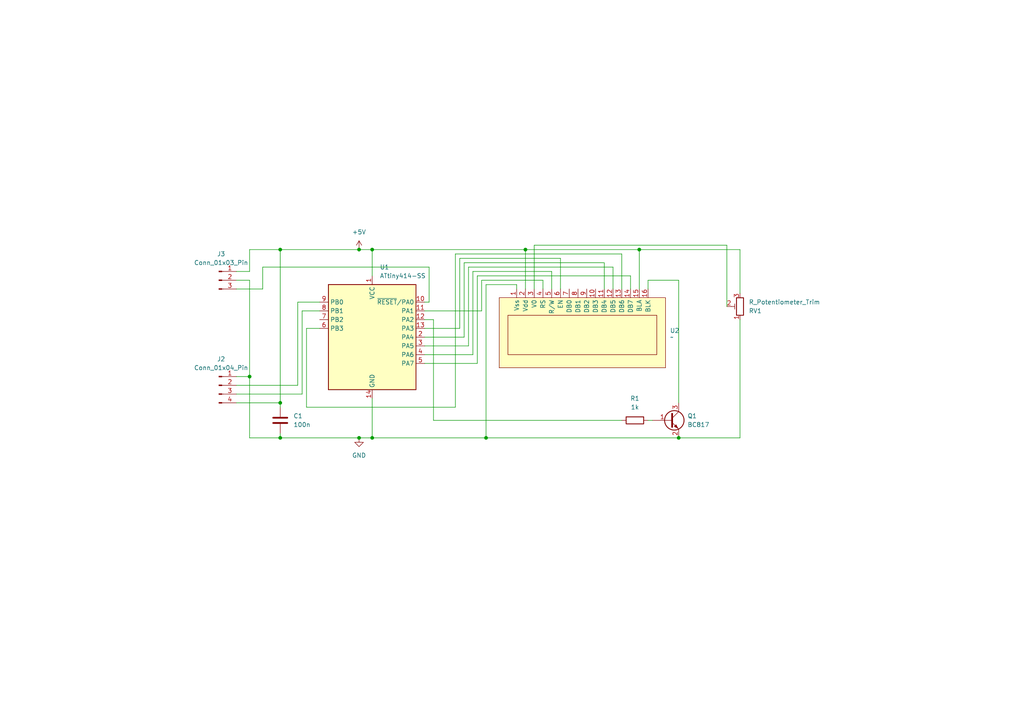
<source format=kicad_sch>
(kicad_sch (version 20231120) (generator "eeschema") (generator_version "8.0")
  (paper "A4")
  (lib_symbols
    (symbol "Connector:Conn_01x03_Pin" (pin_names (offset 1.016) hide)
      (property "Reference" "J" (at 0 5.08 0))
      (property "Value" "Conn_01x03_Pin" (at 0 -5.08 0))
      (symbol "Conn_01x03_Pin_1_1"
        (polyline (pts (xy 1.27 -2.54) (xy 0.8636 -2.54)) (stroke (width 0.1524)))
        (polyline (pts (xy 1.27 0) (xy 0.8636 0)) (stroke (width 0.1524)))
        (polyline (pts (xy 1.27 2.54) (xy 0.8636 2.54)) (stroke (width 0.1524)))
        (rectangle (start 0.8636 -2.413) (end 0 -2.667) (stroke (width 0.1524)) (fill (type outline)))
        (rectangle (start 0.8636 0.127) (end 0 -0.127) (stroke (width 0.1524)) (fill (type outline)))
        (rectangle (start 0.8636 2.667) (end 0 2.413) (stroke (width 0.1524)) (fill (type outline)))
        (pin passive line (at 5.08 2.54 180) (length 3.81) (name "Pin_1") (number "1"))
        (pin passive line (at 5.08 0 180) (length 3.81) (name "Pin_2") (number "2"))
        (pin passive line (at 5.08 -2.54 180) (length 3.81) (name "Pin_3") (number "3"))
      )
    )
    (symbol "Connector:Conn_01x04_Pin" (pin_names (offset 1.016) hide)
      (property "Reference" "J" (at 0 5.08 0))
      (property "Value" "Conn_01x04_Pin" (at 0 -7.62 0))
      (symbol "Conn_01x04_Pin_1_1"
        (polyline (pts (xy 1.27 -5.08) (xy 0.8636 -5.08)) (stroke (width 0.1524)))
        (polyline (pts (xy 1.27 -2.54) (xy 0.8636 -2.54)) (stroke (width 0.1524)))
        (polyline (pts (xy 1.27 0) (xy 0.8636 0)) (stroke (width 0.1524)))
        (polyline (pts (xy 1.27 2.54) (xy 0.8636 2.54)) (stroke (width 0.1524)))
        (rectangle (start 0.8636 -4.953) (end 0 -5.207) (stroke (width 0.1524)) (fill (type outline)))
        (rectangle (start 0.8636 -2.413) (end 0 -2.667) (stroke (width 0.1524)) (fill (type outline)))
        (rectangle (start 0.8636 0.127) (end 0 -0.127) (stroke (width 0.1524)) (fill (type outline)))
        (rectangle (start 0.8636 2.667) (end 0 2.413) (stroke (width 0.1524)) (fill (type outline)))
        (pin passive line (at 5.08 2.54 180) (length 3.81) (name "Pin_1") (number "1"))
        (pin passive line (at 5.08 0 180) (length 3.81) (name "Pin_2") (number "2"))
        (pin passive line (at 5.08 -2.54 180) (length 3.81) (name "Pin_3") (number "3"))
        (pin passive line (at 5.08 -5.08 180) (length 3.81) (name "Pin_4") (number "4"))
      )
    )
    (symbol "Device:C" (pin_numbers hide) (pin_names (offset 0.254))
      (property "Reference" "C" (at 0.635 2.54 0))
      (property "Value" "C" (at 0.635 -2.54 0))
      (symbol "C_0_1"
        (polyline (pts (xy -2.032 -0.762) (xy 2.032 -0.762)) (stroke (width 0.508)))
        (polyline (pts (xy -2.032 0.762) (xy 2.032 0.762)) (stroke (width 0.508)))
      )
      (symbol "C_1_1"
        (pin passive line (at 0 3.81 270) (length 2.794) (name "~") (number "1"))
        (pin passive line (at 0 -3.81 90) (length 2.794) (name "~") (number "2"))
      )
    )
    (symbol "Device:R" (pin_numbers hide) (pin_names (offset 0))
      (property "Reference" "R" (at 2.032 0 90))
      (property "Value" "R" (at 0 0 90))
      (symbol "R_0_1"
        (rectangle (start -1.016 -2.54) (end 1.016 2.54) (stroke (width 0.254)))
      )
      (symbol "R_1_1"
        (pin passive line (at 0 3.81 270) (length 1.27) (name "~") (number "1"))
        (pin passive line (at 0 -3.81 90) (length 1.27) (name "~") (number "2"))
      )
    )
    (symbol "Device:R_Potentiometer_Trim" (pin_names (offset 1.016) hide)
      (property "Reference" "RV" (at -4.445 0 90))
      (property "Value" "R_Potentiometer_Trim" (at -2.54 0 90))
      (symbol "R_Potentiometer_Trim_0_1"
        (polyline (pts (xy 1.524 0.762) (xy 1.524 -0.762)))
        (polyline (pts (xy 2.54 0) (xy 1.524 0)))
        (rectangle (start 1.016 2.54) (end -1.016 -2.54) (stroke (width 0.254)))
      )
      (symbol "R_Potentiometer_Trim_1_1"
        (pin passive line (at 0 3.81 270) (length 1.27) (name "1") (number "1"))
        (pin passive line (at 3.81 0 180) (length 1.27) (name "2") (number "2"))
        (pin passive line (at 0 -3.81 90) (length 1.27) (name "3") (number "3"))
      )
    )
    (symbol "MCU_Microchip_ATtiny:ATtiny414-SS"
      (property "Reference" "U" (at -12.7 16.51 0))
      (property "Value" "ATtiny414-SS" (at 2.54 -16.51 0))
      (symbol "ATtiny414-SS_0_1"
        (rectangle (start -12.7 -15.24) (end 12.7 15.24) (stroke (width 0.254)) (fill (type background)))
      )
      (symbol "ATtiny414-SS_1_1"
        (pin power_in line (at 0 17.78 270) (length 2.54) (name "VCC") (number "1"))
        (pin bidirectional line (at 15.24 10.16 180) (length 2.54) (name "~{RESET}/PA0") (number "10"))
        (pin bidirectional line (at 15.24 7.62 180) (length 2.54) (name "PA1") (number "11"))
        (pin bidirectional line (at 15.24 5.08 180) (length 2.54) (name "PA2") (number "12"))
        (pin bidirectional line (at 15.24 2.54 180) (length 2.54) (name "PA3") (number "13"))
        (pin power_in line (at 0 -17.78 90) (length 2.54) (name "GND") (number "14"))
        (pin bidirectional line (at 15.24 0 180) (length 2.54) (name "PA4") (number "2"))
        (pin bidirectional line (at 15.24 -2.54 180) (length 2.54) (name "PA5") (number "3"))
        (pin bidirectional line (at 15.24 -5.08 180) (length 2.54) (name "PA6") (number "4"))
        (pin bidirectional line (at 15.24 -7.62 180) (length 2.54) (name "PA7") (number "5"))
        (pin bidirectional line (at -15.24 2.54 0) (length 2.54) (name "PB3") (number "6"))
        (pin bidirectional line (at -15.24 5.08 0) (length 2.54) (name "PB2") (number "7"))
        (pin bidirectional line (at -15.24 7.62 0) (length 2.54) (name "PB1") (number "8"))
        (pin bidirectional line (at -15.24 10.16 0) (length 2.54) (name "PB0") (number "9"))
      )
    )
    (symbol "Own_Library:LCD2004"
      (property "Reference" "U" (at 0 0 0))
      (symbol "LCD2004_0_1"
        (rectangle (start 0 -6.35) (end 43.18 -17.78))
      )
      (symbol "LCD2004_1_1"
        (rectangle (start -2.54 -1.27) (end 45.72 -21.59) (fill (type background)))
        (pin power_in line (at 2.54 1.27 270) (length 2.54) (name "Vss") (number "1"))
        (pin input line (at 25.4 1.27 270) (length 2.54) (name "DB3") (number "10"))
        (pin input line (at 27.94 1.27 270) (length 2.54) (name "DB4") (number "11"))
        (pin input line (at 30.48 1.27 270) (length 2.54) (name "DB5") (number "12"))
        (pin input line (at 33.02 1.27 270) (length 2.54) (name "DB6") (number "13"))
        (pin input line (at 35.56 1.27 270) (length 2.54) (name "DB7") (number "14"))
        (pin power_in line (at 38.1 1.27 270) (length 2.54) (name "BLA") (number "15"))
        (pin power_in line (at 40.64 1.27 270) (length 2.54) (name "BLK") (number "16"))
        (pin power_in line (at 5.08 1.27 270) (length 2.54) (name "Vdd") (number "2"))
        (pin input line (at 7.62 1.27 270) (length 2.54) (name "V0") (number "3"))
        (pin input line (at 10.16 1.27 270) (length 2.54) (name "RS") (number "4"))
        (pin input line (at 12.7 1.27 270) (length 2.54) (name "R/W") (number "5"))
        (pin input line (at 15.24 1.27 270) (length 2.54) (name "EN") (number "6"))
        (pin input line (at 17.78 1.27 270) (length 2.54) (name "DB0") (number "7"))
        (pin input line (at 20.32 1.27 270) (length 2.54) (name "DB1") (number "8"))
        (pin input line (at 22.86 1.27 270) (length 2.54) (name "DB2") (number "9"))
      )
    )
    (symbol "Transistor_BJT:BC817" (pin_names (offset 0) hide)
      (property "Reference" "Q" (at 5.08 1.905 0))
      (property "Value" "BC817" (at 5.08 0 0))
      (symbol "BC817_0_1"
        (polyline (pts (xy 0.635 0.635) (xy 2.54 2.54)))
        (polyline (pts (xy 0.635 -0.635) (xy 2.54 -2.54) (xy 2.54 -2.54)))
        (polyline (pts (xy 0.635 1.905) (xy 0.635 -1.905) (xy 0.635 -1.905)) (stroke (width 0.508)))
        (polyline (pts (xy 1.27 -1.778) (xy 1.778 -1.27) (xy 2.286 -2.286) (xy 1.27 -1.778) (xy 1.27 -1.778)) (fill (type outline)))
        (circle (center 1.27 0) (radius 2.8194) (stroke (width 0.254)))
      )
      (symbol "BC817_1_1"
        (pin input line (at -5.08 0 0) (length 5.715) (name "B") (number "1"))
        (pin passive line (at 2.54 -5.08 90) (length 2.54) (name "E") (number "2"))
        (pin passive line (at 2.54 5.08 270) (length 2.54) (name "C") (number "3"))
      )
    )
    (symbol "power:+5V" (power) (pin_numbers hide) (pin_names (offset 0) hide)
      (property "Value" "+5V" (at 0 3.556 0))
      (symbol "+5V_0_1"
        (polyline (pts (xy -0.762 1.27) (xy 0 2.54)))
        (polyline (pts (xy 0 0) (xy 0 2.54)))
        (polyline (pts (xy 0 2.54) (xy 0.762 1.27)))
      )
      (symbol "+5V_1_1"
        (pin power_in line (at 0 0 90) (length 0) (name "~") (number "1"))
      )
    )
    (symbol "power:GND" (power) (pin_numbers hide) (pin_names (offset 0) hide)
      (property "Value" "GND" (at 0 -3.81 0))
      (symbol "GND_0_1"
        (polyline (pts (xy 0 0) (xy 0 -1.27) (xy 1.27 -1.27) (xy 0 -2.54) (xy -1.27 -1.27) (xy 0 -1.27)))
      )
      (symbol "GND_1_1"
        (pin power_in line (at 0 0 270) (length 0) (name "~") (number "1"))
      )
    )
  )
  (junction (at 104.14 72.39))
  (junction (at 185.42 72.39))
  (junction (at 152.4 72.39))
  (junction (at 140.97 127))
  (junction (at 104.14 127))
  (junction (at 81.28 116.84))
  (junction (at 81.28 72.39))
  (junction (at 196.85 127))
  (junction (at 107.95 127))
  (junction (at 107.95 72.39))
  (junction (at 81.28 127))
  (junction (at 72.39 109.22))
  (wire (pts (xy 139.7 81.28) (xy 157.48 81.28)))
  (wire (pts (xy 104.14 72.39) (xy 107.95 72.39)))
  (wire (pts (xy 134.62 97.79) (xy 134.62 76.2)))
  (wire (pts (xy 152.4 83.82) (xy 152.4 72.39)))
  (wire (pts (xy 214.63 85.09) (xy 214.63 72.39)))
  (wire (pts (xy 88.9 118.11) (xy 88.9 95.25)))
  (wire (pts (xy 72.39 78.74) (xy 72.39 72.39)))
  (wire (pts (xy 68.58 81.28) (xy 72.39 81.28)))
  (wire (pts (xy 92.71 90.17) (xy 87.63 90.17)))
  (wire (pts (xy 137.16 78.74) (xy 160.02 78.74)))
  (wire (pts (xy 140.97 82.55) (xy 149.86 82.55)))
  (wire (pts (xy 180.34 121.92) (xy 125.73 121.92)))
  (wire (pts (xy 132.08 118.11) (xy 88.9 118.11)))
  (wire (pts (xy 123.19 97.79) (xy 134.62 97.79)))
  (wire (pts (xy 175.26 76.2) (xy 175.26 83.82)))
  (wire (pts (xy 68.58 109.22) (xy 72.39 109.22)))
  (wire (pts (xy 135.89 77.47) (xy 135.89 100.33)))
  (wire (pts (xy 196.85 116.84) (xy 196.85 81.28)))
  (wire (pts (xy 210.82 71.12) (xy 210.82 88.9)))
  (wire (pts (xy 135.89 77.47) (xy 177.8 77.47)))
  (wire (pts (xy 81.28 116.84) (xy 81.28 118.11)))
  (wire (pts (xy 132.08 73.66) (xy 180.34 73.66)))
  (wire (pts (xy 88.9 95.25) (xy 92.71 95.25)))
  (wire (pts (xy 87.63 114.3) (xy 68.58 114.3)))
  (wire (pts (xy 140.97 127) (xy 140.97 82.55)))
  (wire (pts (xy 138.43 80.01) (xy 182.88 80.01)))
  (wire (pts (xy 81.28 125.73) (xy 81.28 127)))
  (wire (pts (xy 107.95 115.57) (xy 107.95 127)))
  (wire (pts (xy 133.35 95.25) (xy 123.19 95.25)))
  (wire (pts (xy 68.58 78.74) (xy 72.39 78.74)))
  (wire (pts (xy 125.73 121.92) (xy 125.73 92.71)))
  (wire (pts (xy 196.85 127) (xy 140.97 127)))
  (wire (pts (xy 149.86 82.55) (xy 149.86 83.82)))
  (wire (pts (xy 107.95 127) (xy 104.14 127)))
  (wire (pts (xy 152.4 72.39) (xy 185.42 72.39)))
  (wire (pts (xy 154.94 71.12) (xy 210.82 71.12)))
  (wire (pts (xy 72.39 109.22) (xy 72.39 81.28)))
  (wire (pts (xy 138.43 105.41) (xy 123.19 105.41)))
  (wire (pts (xy 68.58 83.82) (xy 76.2 83.82)))
  (wire (pts (xy 81.28 72.39) (xy 104.14 72.39)))
  (wire (pts (xy 177.8 83.82) (xy 177.8 77.47)))
  (wire (pts (xy 133.35 74.93) (xy 162.56 74.93)))
  (wire (pts (xy 68.58 111.76) (xy 86.36 111.76)))
  (wire (pts (xy 180.34 73.66) (xy 180.34 83.82)))
  (wire (pts (xy 124.46 87.63) (xy 123.19 87.63)))
  (wire (pts (xy 182.88 80.01) (xy 182.88 83.82)))
  (wire (pts (xy 135.89 100.33) (xy 123.19 100.33)))
  (wire (pts (xy 187.96 81.28) (xy 187.96 83.82)))
  (wire (pts (xy 160.02 78.74) (xy 160.02 83.82)))
  (wire (pts (xy 138.43 80.01) (xy 138.43 105.41)))
  (wire (pts (xy 134.62 76.2) (xy 175.26 76.2)))
  (wire (pts (xy 107.95 72.39) (xy 152.4 72.39)))
  (wire (pts (xy 72.39 109.22) (xy 72.39 127)))
  (wire (pts (xy 107.95 72.39) (xy 107.95 80.01)))
  (wire (pts (xy 104.14 127) (xy 81.28 127)))
  (wire (pts (xy 68.58 116.84) (xy 81.28 116.84)))
  (wire (pts (xy 72.39 72.39) (xy 81.28 72.39)))
  (wire (pts (xy 76.2 83.82) (xy 76.2 77.47)))
  (wire (pts (xy 196.85 81.28) (xy 187.96 81.28)))
  (wire (pts (xy 81.28 127) (xy 72.39 127)))
  (wire (pts (xy 76.2 77.47) (xy 124.46 77.47)))
  (wire (pts (xy 214.63 92.71) (xy 214.63 127)))
  (wire (pts (xy 87.63 90.17) (xy 87.63 114.3)))
  (wire (pts (xy 124.46 77.47) (xy 124.46 87.63)))
  (wire (pts (xy 154.94 71.12) (xy 154.94 83.82)))
  (wire (pts (xy 123.19 90.17) (xy 139.7 90.17)))
  (wire (pts (xy 189.23 121.92) (xy 187.96 121.92)))
  (wire (pts (xy 157.48 81.28) (xy 157.48 83.82)))
  (wire (pts (xy 107.95 127) (xy 140.97 127)))
  (wire (pts (xy 132.08 73.66) (xy 132.08 118.11)))
  (wire (pts (xy 81.28 72.39) (xy 81.28 116.84)))
  (wire (pts (xy 123.19 102.87) (xy 137.16 102.87)))
  (wire (pts (xy 86.36 111.76) (xy 86.36 87.63)))
  (wire (pts (xy 139.7 90.17) (xy 139.7 81.28)))
  (wire (pts (xy 214.63 127) (xy 196.85 127)))
  (wire (pts (xy 162.56 74.93) (xy 162.56 83.82)))
  (wire (pts (xy 133.35 74.93) (xy 133.35 95.25)))
  (wire (pts (xy 137.16 102.87) (xy 137.16 78.74)))
  (wire (pts (xy 185.42 72.39) (xy 185.42 83.82)))
  (wire (pts (xy 86.36 87.63) (xy 92.71 87.63)))
  (wire (pts (xy 125.73 92.71) (xy 123.19 92.71)))
  (wire (pts (xy 214.63 72.39) (xy 185.42 72.39)))
  (symbol (lib_id "Connector:Conn_01x04_Pin") (at 63.5 111.76 0) (unit 1)
    (property "Reference" "J2" (at 64.135 104.14 0))
    (property "Value" "Conn_01x04_Pin" (at 64.135 106.68 0))
    (property "Footprint" "Connector_PinHeader_2.54mm:PinHeader_1x04_P2.54mm_Vertical" (effects (hide yes)))
    (property "Description" "Generic connector, single row, 01x04, script generated" (effects (hide yes)))
  )
  (symbol (lib_id "MCU_Microchip_ATtiny:ATtiny414-SS") (at 107.95 97.79 0) (unit 1)
    (property "Reference" "U1" (at 110.1441 77.47 0) (effects (justify left)))
    (property "Value" "ATtiny414-SS" (at 110.1441 80.01 0) (effects (justify left)))
    (property "Footprint" "Package_SO:SOIC-14_3.9x8.7mm_P1.27mm" (effects (hide yes)))
    (property "Datasheet" "http://ww1.microchip.com/downloads/en/DeviceDoc/40001912A.pdf" (effects (hide yes)))
    (property "Description" "20MHz, 4kB Flash, 256B SRAM, 128B EEPROM, SOIC-14" (effects (hide yes)))
  )
  (symbol (lib_id "Device:R_Potentiometer_Trim") (at 214.63 88.9 180) (unit 1)
    (property "Reference" "RV1" (at 217.17 90.1701 0) (effects (justify right)))
    (property "Value" "R_Potentiometer_Trim" (at 217.17 87.6301 0) (effects (justify right)))
    (property "Footprint" "ownFootprints:Potentiometer_SMD_EBay_10k" (effects (hide yes)))
    (property "Description" "Trim-potentiometer" (effects (hide yes)))
  )
  (symbol (lib_id "power:GND") (at 104.14 127 0) (unit 1)
    (property "Reference" "#PWR01" (effects (hide yes)))
    (property "Value" "GND" (at 104.14 132.08 0))
    (property "Description" "Power symbol creates a global label with name \"GND\" , ground" (effects (hide yes)))
  )
  (symbol (lib_id "Transistor_BJT:BC817") (at 194.31 121.92 0) (unit 1)
    (property "Reference" "Q1" (at 199.39 120.6499 0) (effects (justify left)))
    (property "Value" "BC817" (at 199.39 123.1899 0) (effects (justify left)))
    (property "Footprint" "Package_TO_SOT_SMD:SOT-23" (effects (hide yes)))
    (property "Datasheet" "https://www.onsemi.com/pub/Collateral/BC818-D.pdf" (effects (hide yes)))
    (property "Description" "0.8A Ic, 45V Vce, NPN Transistor, SOT-23" (effects (hide yes)))
  )
  (symbol (lib_id "Own_Library:LCD2004") (at 147.32 85.09 0) (unit 1)
    (property "Reference" "U2" (at 194.31 95.8849 0) (effects (justify left)))
    (property "Value" "~" (at 194.31 97.79 0) (effects (justify left)))
    (property "Footprint" "ownFootprints:LCD2004" (effects (hide yes)))
  )
  (symbol (lib_id "Device:R") (at 184.15 121.92 90) (unit 1)
    (property "Reference" "R1" (at 184.15 115.57 90))
    (property "Value" "1k" (at 184.15 118.11 90))
    (property "Footprint" "Resistor_SMD:R_0805_2012Metric_Pad1.20x1.40mm_HandSolder" (effects (hide yes)))
    (property "Description" "Resistor" (effects (hide yes)))
  )
  (symbol (lib_id "power:+5V") (at 104.14 72.39 0) (unit 1)
    (property "Reference" "#PWR02" (effects (hide yes)))
    (property "Value" "+5V" (at 104.14 67.31 0))
    (property "Description" "Power symbol creates a global label with name \"+5V\"" (effects (hide yes)))
  )
  (symbol (lib_id "Device:C") (at 81.28 121.92 0) (unit 1)
    (property "Reference" "C1" (at 85.09 120.6499 0) (effects (justify left)))
    (property "Value" "100n" (at 85.09 123.1899 0) (effects (justify left)))
    (property "Footprint" "Capacitor_SMD:C_0805_2012Metric_Pad1.18x1.45mm_HandSolder" (effects (hide yes)))
    (property "Description" "Unpolarized capacitor" (effects (hide yes)))
  )
  (symbol (lib_id "Connector:Conn_01x03_Pin") (at 63.5 81.28 0) (unit 1)
    (property "Reference" "J3" (at 64.135 73.66 0))
    (property "Value" "Conn_01x03_Pin" (at 64.135 76.2 0))
    (property "Footprint" "Connector_PinHeader_2.54mm:PinHeader_1x03_P2.54mm_Vertical" (effects (hide yes)))
    (property "Description" "Generic connector, single row, 01x03, script generated" (effects (hide yes)))
  )
)
</source>
